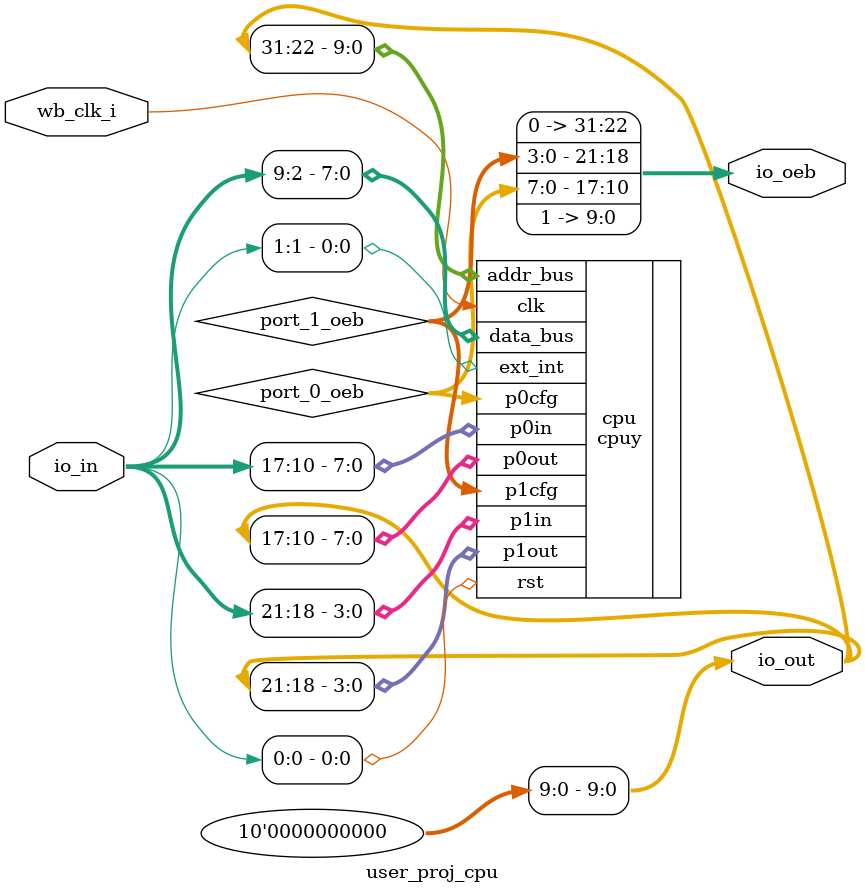
<source format=v>

`default_nettype none
/*
 *-------------------------------------------------------------
 *
 * user_proj_cpu
 *
 *-------------------------------------------------------------
 */

module user_proj_cpu #(
    parameter BITS = 32
)(
`ifdef USE_POWER_PINS
    inout vdd,
    inout vss,
`endif

    // Wishbone Slave ports (WB MI A)
    input wb_clk_i,

    // IOs
    input  [BITS - 1:0] io_in,
    output [BITS - 1:0] io_out,
    output [BITS - 1:0] io_oeb
);

    cpuy cpu(
        .clk (wb_clk_i),
        .rst (io_in[0]),
        .ext_int (io_in[1]),
        .data_bus (io_in[9:2]),
        .p0in (io_in[17:10]),
        .p1in (io_in[21:18]),
        .addr_bus (io_out[31:22]),
        .p0out (io_out[17:10]),
        .p1out (io_out[21:18]),
        .p0cfg (port_0_oeb),
        .p1cfg (port_1_oeb)
    );

    reg [7:0] port_0_oeb;
    reg [3:0] port_1_oeb;

    assign io_out[9:0] = 10'b00_0000_0000;

    // assign io_oeb = 32'b0000_0000_0000_0000_0000_0011_1111_1111; // { 10'b00_0000_0000, port_1_oeb, port_0_oeb, 10'b11_1111_1111  };
    assign io_oeb[31:22] = 10'b00_0000_0000;
    assign io_oeb[21:18] = port_1_oeb;
    assign io_oeb[17:10] = port_0_oeb;
    assign io_oeb[9:0] = 10'b11_1111_1111;

endmodule

`default_nettype wire

</source>
